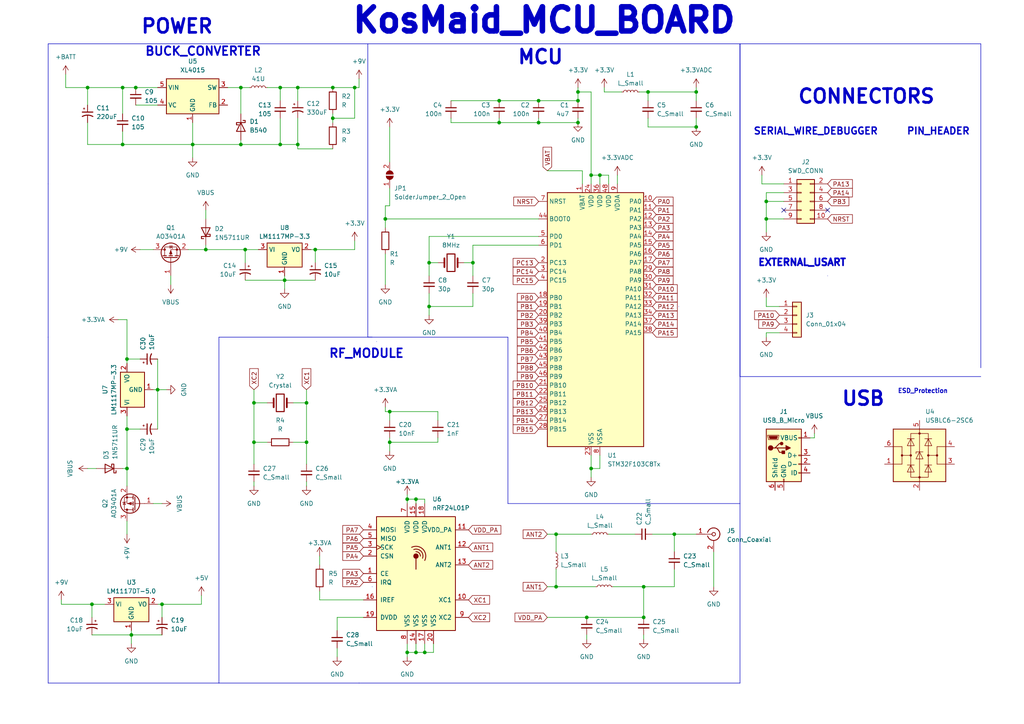
<source format=kicad_sch>
(kicad_sch (version 20230121) (generator eeschema)
  (paper "A4")
  (lib_symbols
    (symbol "Connector:Conn_Coaxial" (pin_names (offset 1.016) hide)
      (property "Reference" "J" (at 0.254 3.048 0))
      (property "Value" "Conn_Coaxial" (at 2.921 0 90))
      (symbol "Conn_Coaxial_1_1"
        (pin passive line (at -5.08 0 0) (length 2.54) (name "In") (number "1"))
        (pin passive line (at 0 -5.08 90) (length 2.54) (name "Ext") (number "2"))
      )
    )
    (symbol "Connector:Screw_Terminal_01x02" (pin_names (offset 1.016) hide)
      (property "Reference" "J" (at 0 2.54 0))
      (property "Value" "Screw_Terminal_01x02" (at 0 -5.08 0))
      (symbol "Screw_Terminal_01x02_1_1"
        (pin passive line (at -5.08 0 0) (length 3.81) (name "Pin_1") (number "1"))
        (pin passive line (at -5.08 -2.54 0) (length 3.81) (name "Pin_2") (number "2"))
      )
    )
    (symbol "Connector:USB_B_Micro" (pin_names (offset 1.016))
      (property "Reference" "J" (at -5.08 11.43 0))
      (property "Value" "USB_B_Micro" (at -5.08 8.89 0))
      (symbol "USB_B_Micro_1_1"
        (pin power_out line (at 7.62 5.08 180) (length 2.54) (name "VBUS") (number "1"))
        (pin bidirectional line (at 7.62 -2.54 180) (length 2.54) (name "D-") (number "2"))
        (pin bidirectional line (at 7.62 0 180) (length 2.54) (name "D+") (number "3"))
        (pin passive line (at 7.62 -5.08 180) (length 2.54) (name "ID") (number "4"))
        (pin power_out line (at 0 -10.16 90) (length 2.54) (name "GND") (number "5"))
        (pin passive line (at -2.54 -10.16 90) (length 2.54) (name "Shield") (number "6"))
      )
    )
    (symbol "Connector_Generic:Conn_01x04" (pin_names (offset 1.016) hide)
      (property "Reference" "J" (at 0 5.08 0))
      (property "Value" "Conn_01x04" (at 0 -7.62 0))
      (symbol "Conn_01x04_1_1"
        (pin passive line (at -5.08 2.54 0) (length 3.81) (name "Pin_1") (number "1"))
        (pin passive line (at -5.08 0 0) (length 3.81) (name "Pin_2") (number "2"))
        (pin passive line (at -5.08 -2.54 0) (length 3.81) (name "Pin_3") (number "3"))
        (pin passive line (at -5.08 -5.08 0) (length 3.81) (name "Pin_4") (number "4"))
      )
    )
    (symbol "Connector_Generic:Conn_02x05_Odd_Even" (pin_names (offset 1.016) hide)
      (property "Reference" "J" (at 1.27 7.62 0))
      (property "Value" "Conn_02x05_Odd_Even" (at 1.27 -7.62 0))
      (symbol "Conn_02x05_Odd_Even_1_1"
        (pin passive line (at -5.08 5.08 0) (length 3.81) (name "Pin_1") (number "1"))
        (pin passive line (at 7.62 -5.08 180) (length 3.81) (name "Pin_10") (number "10"))
        (pin passive line (at 7.62 5.08 180) (length 3.81) (name "Pin_2") (number "2"))
        (pin passive line (at -5.08 2.54 0) (length 3.81) (name "Pin_3") (number "3"))
        (pin passive line (at 7.62 2.54 180) (length 3.81) (name "Pin_4") (number "4"))
        (pin passive line (at -5.08 0 0) (length 3.81) (name "Pin_5") (number "5"))
        (pin passive line (at 7.62 0 180) (length 3.81) (name "Pin_6") (number "6"))
        (pin passive line (at -5.08 -2.54 0) (length 3.81) (name "Pin_7") (number "7"))
        (pin passive line (at 7.62 -2.54 180) (length 3.81) (name "Pin_8") (number "8"))
        (pin passive line (at -5.08 -5.08 0) (length 3.81) (name "Pin_9") (number "9"))
      )
    )
    (symbol "Device:C_Polarized_Small_US" (pin_numbers hide) (pin_names (offset 0.254) hide)
      (property "Reference" "C" (at 0.254 1.778 0))
      (property "Value" "C_Polarized_Small_US" (at 0.254 -2.032 0))
      (symbol "C_Polarized_Small_US_1_1"
        (pin passive line (at 0 2.54 270) (length 2.032) (name "~") (number "1"))
        (pin passive line (at 0 -2.54 90) (length 2.032) (name "~") (number "2"))
      )
    )
    (symbol "Device:C_Small" (pin_numbers hide) (pin_names (offset 0.254) hide)
      (property "Reference" "C" (at 0.254 1.778 0))
      (property "Value" "C_Small" (at 0.254 -2.032 0))
      (symbol "C_Small_1_1"
        (pin passive line (at 0 2.54 270) (length 2.032) (name "~") (number "1"))
        (pin passive line (at 0 -2.54 90) (length 2.032) (name "~") (number "2"))
      )
    )
    (symbol "Device:Crystal" (pin_numbers hide) (pin_names (offset 1.016) hide)
      (property "Reference" "Y" (at 0 3.81 0))
      (property "Value" "Crystal" (at 0 -3.81 0))
      (symbol "Crystal_1_1"
        (pin passive line (at -3.81 0 0) (length 1.27) (name "1") (number "1"))
        (pin passive line (at 3.81 0 180) (length 1.27) (name "2") (number "2"))
      )
    )
    (symbol "Device:D_Schottky" (pin_numbers hide) (pin_names (offset 1.016) hide)
      (property "Reference" "D" (at 0 2.54 0))
      (property "Value" "D_Schottky" (at 0 -2.54 0))
      (symbol "D_Schottky_1_1"
        (pin passive line (at -3.81 0 0) (length 2.54) (name "K") (number "1"))
        (pin passive line (at 3.81 0 180) (length 2.54) (name "A") (number "2"))
      )
    )
    (symbol "Device:L_Small" (pin_numbers hide) (pin_names (offset 0.254) hide)
      (property "Reference" "L" (at 0.762 1.016 0))
      (property "Value" "L_Small" (at 0.762 -1.016 0))
      (symbol "L_Small_1_1"
        (pin passive line (at 0 2.54 270) (length 0.508) (name "~") (number "1"))
        (pin passive line (at 0 -2.54 90) (length 0.508) (name "~") (number "2"))
      )
    )
    (symbol "Device:R" (pin_numbers hide) (pin_names (offset 0))
      (property "Reference" "R" (at 2.032 0 90))
      (property "Value" "R" (at 0 0 90))
      (symbol "R_1_1"
        (pin passive line (at 0 3.81 270) (length 1.27) (name "~") (number "1"))
        (pin passive line (at 0 -3.81 90) (length 1.27) (name "~") (number "2"))
      )
    )
    (symbol "Diode:1N5711UR" (pin_numbers hide) (pin_names (offset 1.016) hide)
      (property "Reference" "D" (at 0 2.54 0))
      (property "Value" "1N5711UR" (at 0 -2.54 0))
      (symbol "1N5711UR_1_1"
        (pin passive line (at -3.81 0 0) (length 2.54) (name "K") (number "1"))
        (pin passive line (at 3.81 0 180) (length 2.54) (name "A") (number "2"))
      )
    )
    (symbol "Jumper:SolderJumper_2_Open" (pin_names (offset 0) hide)
      (property "Reference" "JP" (at 0 2.032 0))
      (property "Value" "SolderJumper_2_Open" (at 0 -2.54 0))
      (symbol "SolderJumper_2_Open_1_1"
        (pin passive line (at -3.81 0 0) (length 2.54) (name "A") (number "1"))
        (pin passive line (at 3.81 0 180) (length 2.54) (name "B") (number "2"))
      )
    )
    (symbol "MCU_ST_STM32F1:STM32F103C8Tx"
      (property "Reference" "U" (at -12.7 39.37 0))
      (property "Value" "STM32F103C8Tx" (at 10.16 39.37 0))
      (symbol "STM32F103C8Tx_1_1"
        (pin power_in line (at -2.54 40.64 270) (length 2.54) (name "VBAT") (number "1"))
        (pin bidirectional line (at 17.78 35.56 180) (length 2.54) (name "PA0") (number "10"))
        (pin bidirectional line (at 17.78 33.02 180) (length 2.54) (name "PA1") (number "11"))
        (pin bidirectional line (at 17.78 30.48 180) (length 2.54) (name "PA2") (number "12"))
        (pin bidirectional line (at 17.78 27.94 180) (length 2.54) (name "PA3") (number "13"))
        (pin bidirectional line (at 17.78 25.4 180) (length 2.54) (name "PA4") (number "14"))
        (pin bidirectional line (at 17.78 22.86 180) (length 2.54) (name "PA5") (number "15"))
        (pin bidirectional line (at 17.78 20.32 180) (length 2.54) (name "PA6") (number "16"))
        (pin bidirectional line (at 17.78 17.78 180) (length 2.54) (name "PA7") (number "17"))
        (pin bidirectional line (at -15.24 7.62 0) (length 2.54) (name "PB0") (number "18"))
        (pin bidirectional line (at -15.24 5.08 0) (length 2.54) (name "PB1") (number "19"))
        (pin bidirectional line (at -15.24 17.78 0) (length 2.54) (name "PC13") (number "2"))
        (pin bidirectional line (at -15.24 2.54 0) (length 2.54) (name "PB2") (number "20"))
        (pin bidirectional line (at -15.24 -17.78 0) (length 2.54) (name "PB10") (number "21"))
        (pin bidirectional line (at -15.24 -20.32 0) (length 2.54) (name "PB11") (number "22"))
        (pin power_in line (at 0 -38.1 90) (length 2.54) (name "VSS") (number "23"))
        (pin power_in line (at 0 40.64 270) (length 2.54) (name "VDD") (number "24"))
        (pin bidirectional line (at -15.24 -22.86 0) (length 2.54) (name "PB12") (number "25"))
        (pin bidirectional line (at -15.24 -25.4 0) (length 2.54) (name "PB13") (number "26"))
        (pin bidirectional line (at -15.24 -27.94 0) (length 2.54) (name "PB14") (number "27"))
        (pin bidirectional line (at -15.24 -30.48 0) (length 2.54) (name "PB15") (number "28"))
        (pin bidirectional line (at 17.78 15.24 180) (length 2.54) (name "PA8") (number "29"))
        (pin bidirectional line (at -15.24 15.24 0) (length 2.54) (name "PC14") (number "3"))
        (pin bidirectional line (at 17.78 12.7 180) (length 2.54) (name "PA9") (number "30"))
        (pin bidirectional line (at 17.78 10.16 180) (length 2.54) (name "PA10") (number "31"))
        (pin bidirectional line (at 17.78 7.62 180) (length 2.54) (name "PA11") (number "32"))
        (pin bidirectional line (at 17.78 5.08 180) (length 2.54) (name "PA12") (number "33"))
        (pin bidirectional line (at 17.78 2.54 180) (length 2.54) (name "PA13") (number "34"))
        (pin passive line (at 0 -38.1 90) (length 2.54) hide (name "VSS") (number "35"))
        (pin power_in line (at 2.54 40.64 270) (length 2.54) (name "VDD") (number "36"))
        (pin bidirectional line (at 17.78 0 180) (length 2.54) (name "PA14") (number "37"))
        (pin bidirectional line (at 17.78 -2.54 180) (length 2.54) (name "PA15") (number "38"))
        (pin bidirectional line (at -15.24 0 0) (length 2.54) (name "PB3") (number "39"))
        (pin bidirectional line (at -15.24 12.7 0) (length 2.54) (name "PC15") (number "4"))
        (pin bidirectional line (at -15.24 -2.54 0) (length 2.54) (name "PB4") (number "40"))
        (pin bidirectional line (at -15.24 -5.08 0) (length 2.54) (name "PB5") (number "41"))
        (pin bidirectional line (at -15.24 -7.62 0) (length 2.54) (name "PB6") (number "42"))
        (pin bidirectional line (at -15.24 -10.16 0) (length 2.54) (name "PB7") (number "43"))
        (pin input line (at -15.24 30.48 0) (length 2.54) (name "BOOT0") (number "44"))
        (pin bidirectional line (at -15.24 -12.7 0) (length 2.54) (name "PB8") (number "45"))
        (pin bidirectional line (at -15.24 -15.24 0) (length 2.54) (name "PB9") (number "46"))
        (pin passive line (at 0 -38.1 90) (length 2.54) hide (name "VSS") (number "47"))
        (pin power_in line (at 5.08 40.64 270) (length 2.54) (name "VDD") (number "48"))
        (pin bidirectional line (at -15.24 25.4 0) (length 2.54) (name "PD0") (number "5"))
        (pin bidirectional line (at -15.24 22.86 0) (length 2.54) (name "PD1") (number "6"))
        (pin input line (at -15.24 35.56 0) (length 2.54) (name "NRST") (number "7"))
        (pin power_in line (at 2.54 -38.1 90) (length 2.54) (name "VSSA") (number "8"))
        (pin power_in line (at 7.62 40.64 270) (length 2.54) (name "VDDA") (number "9"))
      )
    )
    (symbol "Power_Protection:USBLC6-2SC6" (pin_names hide)
      (property "Reference" "U" (at 2.54 8.89 0))
      (property "Value" "USBLC6-2SC6" (at 2.54 -8.89 0))
      (symbol "USBLC6-2SC6_1_1"
        (pin passive line (at -10.16 -2.54 0) (length 2.54) (name "I/O1") (number "1"))
        (pin passive line (at 0 -10.16 90) (length 2.54) (name "GND") (number "2"))
        (pin passive line (at 10.16 -2.54 180) (length 2.54) (name "I/O2") (number "3"))
        (pin passive line (at 10.16 2.54 180) (length 2.54) (name "I/O2") (number "4"))
        (pin passive line (at 0 10.16 270) (length 2.54) (name "VBUS") (number "5"))
        (pin passive line (at -10.16 2.54 0) (length 2.54) (name "I/O1") (number "6"))
      )
    )
    (symbol "RF:nRF24L01P" (pin_names (offset 1.016))
      (property "Reference" "U" (at -11.43 17.78 0))
      (property "Value" "nRF24L01P" (at 5.08 17.78 0))
      (symbol "nRF24L01P_1_1"
        (pin input line (at -15.24 0 0) (length 3.81) (name "CE") (number "1"))
        (pin passive line (at 15.24 -7.62 180) (length 3.81) (name "XC1") (number "10"))
        (pin power_out line (at 15.24 12.7 180) (length 3.81) (name "VDD_PA") (number "11"))
        (pin passive line (at 15.24 7.62 180) (length 3.81) (name "ANT1") (number "12"))
        (pin passive line (at 15.24 2.54 180) (length 3.81) (name "ANT2") (number "13"))
        (pin power_in line (at 0 -20.32 90) (length 3.81) (name "VSS") (number "14"))
        (pin power_in line (at 0 20.32 270) (length 3.81) (name "VDD") (number "15"))
        (pin passive line (at -15.24 -7.62 0) (length 3.81) (name "IREF") (number "16"))
        (pin power_in line (at 2.54 -20.32 90) (length 3.81) (name "VSS") (number "17"))
        (pin power_in line (at 2.54 20.32 270) (length 3.81) (name "VDD") (number "18"))
        (pin power_out line (at -15.24 -12.7 0) (length 3.81) (name "DVDD") (number "19"))
        (pin input line (at -15.24 5.08 0) (length 3.81) (name "CSN") (number "2"))
        (pin power_in line (at 5.08 -20.32 90) (length 3.81) (name "VSS") (number "20"))
        (pin input clock (at -15.24 7.62 0) (length 3.81) (name "SCK") (number "3"))
        (pin input line (at -15.24 12.7 0) (length 3.81) (name "MOSI") (number "4"))
        (pin output line (at -15.24 10.16 0) (length 3.81) (name "MISO") (number "5"))
        (pin output line (at -15.24 -2.54 0) (length 3.81) (name "IRQ") (number "6"))
        (pin power_in line (at -2.54 20.32 270) (length 3.81) (name "VDD") (number "7"))
        (pin power_in line (at -2.54 -20.32 90) (length 3.81) (name "VSS") (number "8"))
        (pin passive line (at 15.24 -12.7 180) (length 3.81) (name "XC2") (number "9"))
      )
    )
    (symbol "Regulator_Linear:LM1117DT-5.0"
      (property "Reference" "U" (at -3.81 3.175 0))
      (property "Value" "LM1117DT-5.0" (at 0 3.175 0))
      (symbol "LM1117DT-5.0_1_1"
        (pin power_in line (at 0 -7.62 90) (length 2.54) (name "GND") (number "1"))
        (pin power_out line (at 7.62 0 180) (length 2.54) (name "VO") (number "2"))
        (pin power_in line (at -7.62 0 0) (length 2.54) (name "VI") (number "3"))
      )
    )
    (symbol "Regulator_Linear:LM1117MP-3.3"
      (property "Reference" "U" (at -3.81 3.175 0))
      (property "Value" "LM1117MP-3.3" (at 0 3.175 0))
      (symbol "LM1117MP-3.3_1_1"
        (pin power_in line (at 0 -7.62 90) (length 2.54) (name "GND") (number "1"))
        (pin power_out line (at 7.62 0 180) (length 2.54) (name "VO") (number "2"))
        (pin power_in line (at -7.62 0 0) (length 2.54) (name "VI") (number "3"))
      )
    )
    (symbol "Regulator_Switching:XL4015"
      (property "Reference" "U?" (at -6.35 6.35 0))
      (property "Value" "XL4015" (at 6.35 6.35 0))
      (symbol "XL4015_1_1"
        (pin power_in line (at 0 -7.62 90) (length 2.54) (name "GND") (number "1"))
        (pin input line (at 10.16 -2.54 180) (length 2.54) (name "FB") (number "2"))
        (pin power_out line (at 10.16 2.54 180) (length 2.54) (name "SW") (number "3"))
        (pin input line (at -10.16 -2.54 0) (length 2.54) (name "VC") (number "4"))
        (pin power_in line (at -10.16 2.54 0) (length 2.54) (name "VIN") (number "5"))
      )
    )
    (symbol "Transistor_FET:AO3401A" (pin_names hide)
      (property "Reference" "Q" (at 5.08 1.905 0))
      (property "Value" "AO3401A" (at 5.08 0 0))
      (symbol "AO3401A_1_1"
        (pin input line (at -5.08 0 0) (length 2.54) (name "G") (number "1"))
        (pin passive line (at 2.54 -5.08 90) (length 2.54) (name "S") (number "2"))
        (pin passive line (at 2.54 5.08 270) (length 2.54) (name "D") (number "3"))
      )
    )
    (symbol "power:+3.3V" (power) (pin_names (offset 0))
      (property "Value" "+3.3V" (at 0 3.556 0))
      (symbol "+3.3V_1_1"
        (pin power_in line (at 0 0 90) (length 0) hide (name "+3.3V") (number "1"))
      )
    )
    (symbol "power:+3.3VA" (power) (pin_names (offset 0))
      (property "Value" "+3.3VA" (at 0 3.556 0))
      (symbol "+3.3VA_1_1"
        (pin power_in line (at 0 0 90) (length 0) hide (name "+3.3VA") (number "1"))
      )
    )
    (symbol "power:+3.3VADC" (power) (pin_names (offset 0))
      (property "Value" "+3.3VADC" (at 0 2.54 0))
      (symbol "+3.3VADC_0_0"
        (pin power_in line (at 0 0 90) (length 0) hide (name "+3.3VADC") (number "1"))
      )
    )
    (symbol "power:+5V" (power) (pin_names (offset 0))
      (property "Value" "+5V" (at 0 3.556 0))
      (symbol "+5V_1_1"
        (pin power_in line (at 0 0 90) (length 0) hide (name "+5V") (number "1"))
      )
    )
    (symbol "power:+9V" (power) (pin_names (offset 0))
      (property "Value" "+9V" (at 0 3.556 0))
      (symbol "+9V_1_1"
        (pin power_in line (at 0 0 90) (length 0) hide (name "+9V") (number "1"))
      )
    )
    (symbol "power:+BATT" (power) (pin_names (offset 0))
      (property "Value" "+BATT" (at 0 3.556 0))
      (symbol "+BATT_1_1"
        (pin power_in line (at 0 0 90) (length 0) hide (name "+BATT") (number "1"))
      )
    )
    (symbol "power:GND" (power) (pin_names (offset 0))
      (property "Value" "GND" (at 0 -3.81 0))
      (symbol "GND_1_1"
        (pin power_in line (at 0 0 270) (length 0) hide (name "GND") (number "1"))
      )
    )
    (symbol "power:VBUS" (power) (pin_names (offset 0))
      (property "Value" "VBUS" (at 0 3.81 0))
      (symbol "VBUS_1_1"
        (pin power_in line (at 0 0 90) (length 0) hide (name "VBUS") (number "1"))
      )
    )
  )
  (junction (at 144.78 35.56))
  (junction (at 167.64 26.67))
  (junction (at 118.11 189.23))
  (junction (at 38.1 184.15))
  (junction (at 82.55 81.28))
  (junction (at 161.29 154.94))
  (junction (at 124.46 88.9))
  (junction (at 69.85 25.4))
  (junction (at 173.99 50.8))
  (junction (at 156.21 29.21))
  (junction (at 73.66 116.84))
  (junction (at 69.85 41.91))
  (junction (at 120.65 189.23))
  (junction (at 35.56 25.4))
  (junction (at 144.78 29.21))
  (junction (at 71.12 72.39))
  (junction (at 120.65 144.78))
  (junction (at 59.69 72.39))
  (junction (at 170.18 179.07))
  (junction (at 39.37 25.4))
  (junction (at 171.45 50.8))
  (junction (at 187.96 26.67))
  (junction (at 55.88 41.91))
  (junction (at 35.56 41.91))
  (junction (at 86.36 41.91))
  (junction (at 36.83 104.14))
  (junction (at 222.25 63.5))
  (junction (at 195.58 154.94))
  (junction (at 167.64 35.56))
  (junction (at 36.83 124.46))
  (junction (at 222.25 58.42))
  (junction (at 167.64 29.21))
  (junction (at 96.52 25.4))
  (junction (at 102.87 25.4))
  (junction (at 86.36 25.4))
  (junction (at 111.76 63.5))
  (junction (at 156.21 35.56))
  (junction (at 161.29 170.18))
  (junction (at 113.03 119.38))
  (junction (at 88.9 128.27))
  (junction (at 137.16 76.2))
  (junction (at 186.69 170.18))
  (junction (at 186.69 179.07))
  (junction (at 113.03 128.27))
  (junction (at 81.28 25.4))
  (junction (at 36.83 135.89))
  (junction (at 201.93 36.83))
  (junction (at 45.72 113.03))
  (junction (at 171.45 135.89))
  (junction (at 123.19 189.23))
  (junction (at 88.9 116.84))
  (junction (at 26.67 175.26))
  (junction (at 46.99 175.26))
  (junction (at 201.93 26.67))
  (junction (at 118.11 144.78))
  (junction (at 96.52 34.29))
  (junction (at 124.46 76.2))
  (junction (at 81.28 41.91))
  (junction (at 91.44 72.39))
  (junction (at 25.4 25.4))
  (junction (at 73.66 128.27))
  (no_connect (at 227.33 60.96))
  (no_connect (at 240.03 60.96))
  (wire (pts (xy 102.87 34.29) (xy 102.87 25.4)))
  (wire (pts (xy 36.83 140.97) (xy 36.83 135.89)))
  (wire (pts (xy 97.79 182.88) (xy 97.79 179.07)))
  (wire (pts (xy 123.19 189.23) (xy 120.65 189.23)))
  (wire (pts (xy 170.18 179.07) (xy 186.69 179.07)))
  (polyline (pts (xy 63.5 198.12) (xy 104.14 198.12)))
  (wire (pts (xy 222.25 58.42) (xy 222.25 63.5)))
  (polyline (pts (xy 63.5 97.79) (xy 107.95 97.79)))
  (wire (pts (xy 46.99 175.26) (xy 46.99 179.07)))
  (wire (pts (xy 186.69 184.15) (xy 186.69 185.42)))
  (polyline (pts (xy 284.48 106.68) (xy 284.48 12.7)))
  (wire (pts (xy 177.8 170.18) (xy 186.69 170.18)))
  (wire (pts (xy 55.88 41.91) (xy 69.85 41.91)))
  (wire (pts (xy 58.42 172.72) (xy 58.42 175.26)))
  (wire (pts (xy 195.58 154.94) (xy 195.58 160.02)))
  (wire (pts (xy 45.72 124.46) (xy 45.72 113.03)))
  (wire (pts (xy 69.85 40.64) (xy 69.85 41.91)))
  (wire (pts (xy 176.53 53.34) (xy 176.53 50.8)))
  (wire (pts (xy 91.44 72.39) (xy 102.87 72.39)))
  (wire (pts (xy 36.83 124.46) (xy 36.83 135.89)))
  (wire (pts (xy 17.78 173.99) (xy 17.78 175.26)))
  (wire (pts (xy 44.45 146.05) (xy 46.99 146.05)))
  (wire (pts (xy 124.46 68.58) (xy 124.46 76.2)))
  (wire (pts (xy 38.1 184.15) (xy 46.99 184.15)))
  (wire (pts (xy 195.58 154.94) (xy 201.93 154.94)))
  (wire (pts (xy 35.56 135.89) (xy 36.83 135.89)))
  (wire (pts (xy 167.64 26.67) (xy 171.45 26.67)))
  (wire (pts (xy 158.75 154.94) (xy 161.29 154.94)))
  (wire (pts (xy 113.03 36.83) (xy 113.03 46.99)))
  (wire (pts (xy 36.83 124.46) (xy 40.64 124.46)))
  (wire (pts (xy 111.76 59.69) (xy 111.76 63.5)))
  (wire (pts (xy 90.17 72.39) (xy 91.44 72.39)))
  (wire (pts (xy 120.65 144.78) (xy 118.11 144.78)))
  (wire (pts (xy 97.79 179.07) (xy 105.41 179.07)))
  (wire (pts (xy 161.29 154.94) (xy 171.45 154.94)))
  (wire (pts (xy 36.83 154.94) (xy 36.83 151.13)))
  (wire (pts (xy 96.52 34.29) (xy 96.52 35.56)))
  (wire (pts (xy 105.41 173.99) (xy 92.71 173.99)))
  (polyline (pts (xy 147.32 97.79) (xy 147.32 146.05)))
  (wire (pts (xy 222.25 63.5) (xy 222.25 67.31)))
  (wire (pts (xy 124.46 88.9) (xy 124.46 91.44)))
  (wire (pts (xy 38.1 184.15) (xy 38.1 186.69)))
  (wire (pts (xy 118.11 189.23) (xy 118.11 186.69)))
  (wire (pts (xy 222.25 63.5) (xy 227.33 63.5)))
  (wire (pts (xy 222.25 58.42) (xy 227.33 58.42)))
  (wire (pts (xy 187.96 26.67) (xy 187.96 29.21)))
  (wire (pts (xy 54.61 72.39) (xy 59.69 72.39)))
  (wire (pts (xy 189.23 154.94) (xy 195.58 154.94)))
  (wire (pts (xy 171.45 50.8) (xy 171.45 53.34)))
  (wire (pts (xy 66.04 25.4) (xy 69.85 25.4)))
  (wire (pts (xy 111.76 63.5) (xy 156.21 63.5)))
  (wire (pts (xy 185.42 26.67) (xy 187.96 26.67)))
  (wire (pts (xy 220.98 50.8) (xy 220.98 53.34)))
  (wire (pts (xy 88.9 139.7) (xy 88.9 140.97)))
  (wire (pts (xy 171.45 135.89) (xy 171.45 138.43)))
  (wire (pts (xy 36.83 105.41) (xy 36.83 104.14)))
  (wire (pts (xy 144.78 34.29) (xy 144.78 35.56)))
  (wire (pts (xy 92.71 171.45) (xy 92.71 173.99)))
  (wire (pts (xy 55.88 41.91) (xy 55.88 45.72)))
  (wire (pts (xy 44.45 113.03) (xy 45.72 113.03)))
  (polyline (pts (xy 109.22 99.06) (xy 109.22 99.06)))
  (wire (pts (xy 82.55 80.01) (xy 82.55 81.28)))
  (wire (pts (xy 25.4 135.89) (xy 27.94 135.89)))
  (wire (pts (xy 38.1 182.88) (xy 38.1 184.15)))
  (polyline (pts (xy 214.63 12.7) (xy 284.48 12.7)))
  (wire (pts (xy 77.47 25.4) (xy 81.28 25.4)))
  (wire (pts (xy 226.06 88.9) (xy 222.25 88.9)))
  (wire (pts (xy 220.98 53.34) (xy 227.33 53.34)))
  (wire (pts (xy 36.83 104.14) (xy 36.83 92.71)))
  (wire (pts (xy 173.99 50.8) (xy 173.99 53.34)))
  (wire (pts (xy 96.52 34.29) (xy 102.87 34.29)))
  (wire (pts (xy 35.56 41.91) (xy 55.88 41.91)))
  (wire (pts (xy 71.12 72.39) (xy 71.12 76.2)))
  (wire (pts (xy 137.16 71.12) (xy 156.21 71.12)))
  (wire (pts (xy 123.19 144.78) (xy 120.65 144.78)))
  (polyline (pts (xy 106.68 12.7) (xy 214.63 12.7)))
  (wire (pts (xy 187.96 26.67) (xy 201.93 26.67)))
  (wire (pts (xy 26.67 175.26) (xy 26.67 179.07)))
  (wire (pts (xy 91.44 72.39) (xy 91.44 76.2)))
  (wire (pts (xy 158.75 179.07) (xy 170.18 179.07)))
  (wire (pts (xy 171.45 132.08) (xy 171.45 135.89)))
  (wire (pts (xy 73.66 128.27) (xy 77.47 128.27)))
  (wire (pts (xy 226.06 96.52) (xy 222.25 96.52)))
  (polyline (pts (xy 13.97 12.7) (xy 106.68 12.7)))
  (wire (pts (xy 187.96 34.29) (xy 187.96 36.83)))
  (wire (pts (xy 45.72 113.03) (xy 48.26 113.03)))
  (wire (pts (xy 40.64 72.39) (xy 44.45 72.39)))
  (wire (pts (xy 30.48 175.26) (xy 26.67 175.26)))
  (wire (pts (xy 55.88 35.56) (xy 55.88 41.91)))
  (wire (pts (xy 81.28 25.4) (xy 86.36 25.4)))
  (wire (pts (xy -17.78 58.42) (xy -17.78 59.69)))
  (wire (pts (xy 175.26 25.4) (xy 175.26 26.67)))
  (wire (pts (xy 81.28 41.91) (xy 86.36 41.91)))
  (wire (pts (xy 176.53 154.94) (xy 184.15 154.94)))
  (wire (pts (xy 222.25 55.88) (xy 222.25 58.42)))
  (polyline (pts (xy 63.5 97.79) (xy 63.5 198.12)))
  (wire (pts (xy 127 119.38) (xy 127 121.92)))
  (wire (pts (xy 227.33 55.88) (xy 222.25 55.88)))
  (wire (pts (xy 59.69 60.96) (xy 59.69 63.5)))
  (wire (pts (xy 25.4 25.4) (xy 35.56 25.4)))
  (wire (pts (xy 45.72 175.26) (xy 46.99 175.26)))
  (wire (pts (xy 161.29 165.1) (xy 161.29 170.18)))
  (wire (pts (xy 156.21 68.58) (xy 124.46 68.58)))
  (wire (pts (xy 156.21 34.29) (xy 156.21 35.56)))
  (wire (pts (xy 137.16 76.2) (xy 137.16 71.12)))
  (wire (pts (xy 88.9 113.03) (xy 88.9 116.84)))
  (wire (pts (xy 222.25 86.36) (xy 222.25 88.9)))
  (wire (pts (xy 137.16 80.01) (xy 137.16 76.2)))
  (wire (pts (xy 170.18 184.15) (xy 170.18 185.42)))
  (wire (pts (xy 234.95 127) (xy 236.22 127)))
  (wire (pts (xy 85.09 128.27) (xy 88.9 128.27)))
  (wire (pts (xy 161.29 160.02) (xy 161.29 154.94)))
  (wire (pts (xy 102.87 25.4) (xy 104.14 25.4)))
  (wire (pts (xy 130.81 35.56) (xy 130.81 34.29)))
  (wire (pts (xy 158.75 170.18) (xy 161.29 170.18)))
  (wire (pts (xy 186.69 170.18) (xy 195.58 170.18)))
  (wire (pts (xy 124.46 88.9) (xy 137.16 88.9)))
  (wire (pts (xy 111.76 59.69) (xy 113.03 59.69)))
  (wire (pts (xy 156.21 35.56) (xy 167.64 35.56)))
  (wire (pts (xy -20.32 58.42) (xy -17.78 58.42)))
  (wire (pts (xy 187.96 36.83) (xy 201.93 36.83)))
  (wire (pts (xy 36.83 120.65) (xy 36.83 124.46)))
  (wire (pts (xy -20.32 55.88) (xy -19.05 55.88)))
  (wire (pts (xy 124.46 76.2) (xy 127 76.2)))
  (wire (pts (xy 179.07 50.8) (xy 179.07 53.34)))
  (wire (pts (xy 125.73 186.69) (xy 125.73 189.23)))
  (wire (pts (xy 59.69 71.12) (xy 59.69 72.39)))
  (wire (pts (xy 69.85 25.4) (xy 72.39 25.4)))
  (wire (pts (xy 73.66 113.03) (xy 73.66 116.84)))
  (wire (pts (xy 86.36 34.29) (xy 86.36 41.91)))
  (wire (pts (xy 120.65 186.69) (xy 120.65 189.23)))
  (polyline (pts (xy 106.68 12.7) (xy 106.68 97.79)))
  (polyline (pts (xy 147.32 146.05) (xy 214.63 146.05)))
  (wire (pts (xy 201.93 26.67) (xy 201.93 29.21)))
  (polyline (pts (xy 214.63 198.12) (xy 214.63 12.7)))
  (wire (pts (xy 171.45 26.67) (xy 171.45 50.8)))
  (wire (pts (xy 81.28 25.4) (xy 81.28 29.21)))
  (polyline (pts (xy 13.97 53.34) (xy 13.97 12.7)))
  (wire (pts (xy 25.4 25.4) (xy 25.4 30.48)))
  (wire (pts (xy 171.45 135.89) (xy 173.99 135.89)))
  (wire (pts (xy 82.55 81.28) (xy 91.44 81.28)))
  (wire (pts (xy 222.25 96.52) (xy 222.25 97.79)))
  (wire (pts (xy 156.21 35.56) (xy 144.78 35.56)))
  (polyline (pts (xy 214.63 109.22) (xy 284.48 109.22)))
  (wire (pts (xy 82.55 81.28) (xy 82.55 83.82)))
  (wire (pts (xy 19.05 25.4) (xy 25.4 25.4)))
  (wire (pts (xy 201.93 36.83) (xy 201.93 34.29)))
  (wire (pts (xy 35.56 25.4) (xy 39.37 25.4)))
  (wire (pts (xy 86.36 43.18) (xy 96.52 43.18)))
  (wire (pts (xy 167.64 34.29) (xy 167.64 35.56)))
  (wire (pts (xy 26.67 184.15) (xy 38.1 184.15)))
  (wire (pts (xy 111.76 66.04) (xy 111.76 63.5)))
  (wire (pts (xy 113.03 128.27) (xy 113.03 127)))
  (wire (pts (xy 125.73 189.23) (xy 123.19 189.23)))
  (wire (pts (xy 85.09 116.84) (xy 88.9 116.84)))
  (wire (pts (xy 186.69 170.18) (xy 186.69 179.07)))
  (wire (pts (xy 39.37 30.48) (xy 45.72 30.48)))
  (wire (pts (xy 144.78 29.21) (xy 130.81 29.21)))
  (wire (pts (xy 81.28 34.29) (xy 81.28 41.91)))
  (wire (pts (xy 111.76 118.11) (xy 111.76 119.38)))
  (wire (pts (xy 71.12 81.28) (xy 82.55 81.28)))
  (wire (pts (xy 69.85 41.91) (xy 81.28 41.91)))
  (wire (pts (xy 86.36 25.4) (xy 96.52 25.4)))
  (polyline (pts (xy 13.97 97.79) (xy 13.97 198.12)))
  (wire (pts (xy 120.65 144.78) (xy 120.65 146.05)))
  (wire (pts (xy 49.53 80.01) (xy 49.53 82.55)))
  (wire (pts (xy 73.66 116.84) (xy 73.66 128.27)))
  (wire (pts (xy 97.79 187.96) (xy 97.79 190.5)))
  (wire (pts (xy 73.66 139.7) (xy 73.66 140.97)))
  (wire (pts (xy 124.46 85.09) (xy 124.46 88.9)))
  (wire (pts (xy 96.52 25.4) (xy 102.87 25.4)))
  (wire (pts (xy 111.76 119.38) (xy 113.03 119.38)))
  (wire (pts (xy 168.91 49.53) (xy 168.91 53.34)))
  (wire (pts (xy 127 127) (xy 127 128.27)))
  (wire (pts (xy 113.03 128.27) (xy 113.03 130.81)))
  (wire (pts (xy 25.4 41.91) (xy 35.56 41.91)))
  (wire (pts (xy 207.01 160.02) (xy 207.01 170.18)))
  (wire (pts (xy 118.11 144.78) (xy 118.11 146.05)))
  (wire (pts (xy 236.22 125.73) (xy 236.22 127)))
  (wire (pts (xy 35.56 38.1) (xy 35.56 41.91)))
  (wire (pts (xy 156.21 29.21) (xy 144.78 29.21)))
  (wire (pts (xy 36.83 104.14) (xy 40.64 104.14)))
  (wire (pts (xy 167.64 25.4) (xy 167.64 26.67)))
  (wire (pts (xy 201.93 25.4) (xy 201.93 26.67)))
  (wire (pts (xy 71.12 72.39) (xy 59.69 72.39)))
  (wire (pts (xy 118.11 143.51) (xy 118.11 144.78)))
  (wire (pts (xy 45.72 113.03) (xy 45.72 104.14)))
  (wire (pts (xy 113.03 119.38) (xy 127 119.38)))
  (wire (pts (xy 118.11 189.23) (xy 118.11 190.5)))
  (wire (pts (xy 34.29 92.71) (xy 36.83 92.71)))
  (polyline (pts (xy 104.14 198.12) (xy 214.63 198.12)))
  (wire (pts (xy 96.52 33.02) (xy 96.52 34.29)))
  (wire (pts (xy -19.05 53.34) (xy -19.05 55.88)))
  (wire (pts (xy 104.14 22.86) (xy 104.14 25.4)))
  (wire (pts (xy 173.99 132.08) (xy 173.99 135.89)))
  (wire (pts (xy 167.64 29.21) (xy 156.21 29.21)))
  (wire (pts (xy 39.37 25.4) (xy 45.72 25.4)))
  (wire (pts (xy 113.03 119.38) (xy 113.03 121.92)))
  (wire (pts (xy 158.75 49.53) (xy 168.91 49.53)))
  (wire (pts (xy 46.99 175.26) (xy 58.42 175.26)))
  (wire (pts (xy 175.26 26.67) (xy 180.34 26.67)))
  (wire (pts (xy 88.9 116.84) (xy 88.9 128.27)))
  (wire (pts (xy 123.19 146.05) (xy 123.19 144.78)))
  (wire (pts (xy 26.67 175.26) (xy 17.78 175.26)))
  (wire (pts (xy 77.47 116.84) (xy 73.66 116.84)))
  (wire (pts (xy 167.64 26.67) (xy 167.64 29.21)))
  (wire (pts (xy 134.62 76.2) (xy 137.16 76.2)))
  (wire (pts (xy 176.53 50.8) (xy 173.99 50.8)))
  (wire (pts (xy 111.76 73.66) (xy 111.76 82.55)))
  (polyline (pts (xy 13.97 53.34) (xy 13.97 97.79)))
  (wire (pts (xy 73.66 128.27) (xy 73.66 134.62)))
  (wire (pts (xy 74.93 72.39) (xy 71.12 72.39)))
  (wire (pts (xy 86.36 25.4) (xy 86.36 29.21)))
  (wire (pts (xy 88.9 128.27) (xy 88.9 134.62)))
  (wire (pts (xy 127 128.27) (xy 113.03 128.27)))
  (wire (pts (xy 86.36 43.18) (xy 86.36 41.91)))
  (wire (pts (xy 195.58 165.1) (xy 195.58 170.18)))
  (wire (pts (xy 92.71 161.29) (xy 92.71 163.83)))
  (wire (pts (xy 124.46 76.2) (xy 124.46 80.01)))
  (wire (pts (xy 25.4 35.56) (xy 25.4 41.91)))
  (wire (pts (xy 102.87 69.85) (xy 102.87 72.39)))
  (polyline (pts (xy 106.68 97.79) (xy 147.32 97.79)))
  (wire (pts (xy 113.03 59.69) (xy 113.03 54.61)))
  (polyline (pts (xy 214.63 12.7) (xy 214.63 109.22)))
  (wire (pts (xy 161.29 170.18) (xy 172.72 170.18)))
  (wire (pts (xy 19.05 21.59) (xy 19.05 25.4)))
  (wire (pts (xy 35.56 25.4) (xy 35.56 33.02)))
  (wire (pts (xy 137.16 88.9) (xy 137.16 85.09)))
  (wire (pts (xy 123.19 186.69) (xy 123.19 189.23)))
  (polyline (pts (xy 13.97 97.79) (xy 13.97 97.79)))
  (wire (pts (xy 120.65 189.23) (xy 118.11 189.23)))
  (wire (pts (xy 144.78 35.56) (xy 130.81 35.56)))
  (wire (pts (xy 173.99 50.8) (xy 171.45 50.8)))
  (wire (pts (xy 69.85 33.02) (xy 69.85 25.4)))
  (polyline (pts (xy 13.97 198.12) (xy 63.5 198.12)))
  (rectangle (start 240.03 80.01) (end 240.03 80.01))
  (rectangle (start 196.85 88.9) (end 196.85 88.9))
  (rectangle (start 107.95 170.18) (end 107.95 170.18))
  (text "KosMaid_MCU_BOARD" (at 101.6 10.16 0) (effects (font (size 7 7) (thickness 1.6) bold) (justify left bottom)))
  (text "BUCK_CONVERTER" (at 41.91 16.51 0) (effects (font (size 2.5 2.5) bold) (justify left bottom)))
  (text "USB" (at 243.84 118.11 0) (effects (font (size 4 4) bold) (justify left bottom)))
  (text "MCU" (at 149.86 19.05 0) (effects (font (size 4 4) bold) (justify left bottom)))
  (text "EXTERNAL_USART" (at 219.71 77.47 0) (effects (font (size 2 2) (thickness 0.5) bold) (justify left bottom)))
  (text "PIN_HEADER" (at 262.89 39.37 0) (effects (font (size 2 2) bold) (justify left bottom)))
  (text "RF_MODULE" (at 95.25 104.14 0) (effects (font (size 2.5 2.5) bold) (justify left bottom)))
  (text "SERIAL_WIRE_DEBUGGER" (at 218.44 39.37 0) (effects (font (size 2 2) bold) (justify left bottom)))
  (text "CONNECTORS" (at 231.14 30.48 0) (effects (font (size 4 4) bold) (justify left bottom)))
  (text "ESD_Protection" (at 260.35 114.3 0) (effects (font (size 1.27 1.27) bold) (justify left bottom)))
  (text "POWER" (at 40.64 10.16 0) (effects (font (size 4 4) bold) (justify left bottom)))
  (global_label "VDD_PA" (shape input) (at 158.75 179.07 180) (property "Intersheetrefs" "${INTERSHEET_REFS}" (effects hide)))
  (global_label "PA7" (shape input) (at 105.41 153.67 180) (property "Intersheetrefs" "${INTERSHEET_REFS}" (effects hide)))
  (global_label "PA8" (shape input) (at 189.23 78.74 0) (property "Intersheetrefs" "${INTERSHEET_REFS}" (effects hide)))
  (global_label "PB4" (shape input) (at 156.21 96.52 180) (property "Intersheetrefs" "${INTERSHEET_REFS}" (effects hide)))
  (global_label "PA0" (shape input) (at 189.23 58.42 0) (property "Intersheetrefs" "${INTERSHEET_REFS}" (effects hide)))
  (global_label "PA2" (shape input) (at 189.23 63.5 0) (property "Intersheetrefs" "${INTERSHEET_REFS}" (effects hide)))
  (global_label "NRST" (shape input) (at 240.03 63.5 0) (property "Intersheetrefs" "${INTERSHEET_REFS}" (effects hide)))
  (global_label "PA15" (shape input) (at 189.23 96.52 0) (property "Intersheetrefs" "${INTERSHEET_REFS}" (effects hide)))
  (global_label "PA5" (shape input) (at 189.23 71.12 0) (property "Intersheetrefs" "${INTERSHEET_REFS}" (effects hide)))
  (global_label "PB3" (shape input) (at 156.21 93.98 180) (property "Intersheetrefs" "${INTERSHEET_REFS}" (effects hide)))
  (global_label "PA10" (shape input) (at 189.23 83.82 0) (property "Intersheetrefs" "${INTERSHEET_REFS}" (effects hide)))
  (global_label "PB5" (shape input) (at 156.21 99.06 180) (property "Intersheetrefs" "${INTERSHEET_REFS}" (effects hide)))
  (global_label "NRST" (shape input) (at 156.21 58.42 180) (property "Intersheetrefs" "${INTERSHEET_REFS}" (effects hide)))
  (global_label "ANT2" (shape input) (at 135.89 163.83 0) (property "Intersheetrefs" "${INTERSHEET_REFS}" (effects hide)))
  (global_label "PA1" (shape input) (at 189.23 60.96 0) (property "Intersheetrefs" "${INTERSHEET_REFS}" (effects hide)))
  (global_label "PB12" (shape input) (at 156.21 116.84 180) (property "Intersheetrefs" "${INTERSHEET_REFS}" (effects hide)))
  (global_label "PB0" (shape input) (at 156.21 86.36 180) (property "Intersheetrefs" "${INTERSHEET_REFS}" (effects hide)))
  (global_label "PB15" (shape input) (at 156.21 124.46 180) (property "Intersheetrefs" "${INTERSHEET_REFS}" (effects hide)))
  (global_label "PB13" (shape input) (at 156.21 119.38 180) (property "Intersheetrefs" "${INTERSHEET_REFS}" (effects hide)))
  (global_label "PB10" (shape input) (at 156.21 111.76 180) (property "Intersheetrefs" "${INTERSHEET_REFS}" (effects hide)))
  (global_label "PA14" (shape input) (at 240.03 55.88 0) (property "Intersheetrefs" "${INTERSHEET_REFS}" (effects hide)))
  (global_label "PA9" (shape input) (at 226.06 93.98 180) (property "Intersheetrefs" "${INTERSHEET_REFS}" (effects hide)))
  (global_label "PA3" (shape input) (at 105.41 166.37 180) (property "Intersheetrefs" "${INTERSHEET_REFS}" (effects hide)))
  (global_label "VBAT" (shape input) (at 158.75 49.53 90) (property "Intersheetrefs" "${INTERSHEET_REFS}" (effects hide)))
  (global_label "PA5" (shape input) (at 105.41 158.75 180) (property "Intersheetrefs" "${INTERSHEET_REFS}" (effects hide)))
  (global_label "PA11" (shape input) (at 189.23 86.36 0) (property "Intersheetrefs" "${INTERSHEET_REFS}" (effects hide)))
  (global_label "PB3" (shape input) (at 240.03 58.42 0) (property "Intersheetrefs" "${INTERSHEET_REFS}" (effects hide)))
  (global_label "VDD_PA" (shape input) (at 135.89 153.67 0) (property "Intersheetrefs" "${INTERSHEET_REFS}" (effects hide)))
  (global_label "PC14" (shape input) (at 156.21 78.74 180) (property "Intersheetrefs" "${INTERSHEET_REFS}" (effects hide)))
  (global_label "PA4" (shape input) (at 189.23 68.58 0) (property "Intersheetrefs" "${INTERSHEET_REFS}" (effects hide)))
  (global_label "PA14" (shape input) (at 189.23 93.98 0) (property "Intersheetrefs" "${INTERSHEET_REFS}" (effects hide)))
  (global_label "PB9" (shape input) (at 156.21 109.22 180) (property "Intersheetrefs" "${INTERSHEET_REFS}" (effects hide)))
  (global_label "PB2" (shape input) (at 156.21 91.44 180) (property "Intersheetrefs" "${INTERSHEET_REFS}" (effects hide)))
  (global_label "ANT2" (shape input) (at 158.75 154.94 180) (property "Intersheetrefs" "${INTERSHEET_REFS}" (effects hide)))
  (global_label "PA7" (shape input) (at 189.23 76.2 0) (property "Intersheetrefs" "${INTERSHEET_REFS}" (effects hide)))
  (global_label "PC13" (shape input) (at 156.21 76.2 180) (property "Intersheetrefs" "${INTERSHEET_REFS}" (effects hide)))
  (global_label "XC1" (shape input) (at 88.9 113.03 90) (property "Intersheetrefs" "${INTERSHEET_REFS}" (effects hide)))
  (global_label "PC15" (shape input) (at 156.21 81.28 180) (property "Intersheetrefs" "${INTERSHEET_REFS}" (effects hide)))
  (global_label "XC2" (shape input) (at 135.89 179.07 0) (property "Intersheetrefs" "${INTERSHEET_REFS}" (effects hide)))
  (global_label "PA6" (shape input) (at 189.23 73.66 0) (property "Intersheetrefs" "${INTERSHEET_REFS}" (effects hide)))
  (global_label "PB1" (shape input) (at 156.21 88.9 180) (property "Intersheetrefs" "${INTERSHEET_REFS}" (effects hide)))
  (global_label "PB6" (shape input) (at 156.21 101.6 180) (property "Intersheetrefs" "${INTERSHEET_REFS}" (effects hide)))
  (global_label "PA4" (shape input) (at 105.41 161.29 180) (property "Intersheetrefs" "${INTERSHEET_REFS}" (effects hide)))
  (global_label "PA6" (shape input) (at 105.41 156.21 180) (property "Intersheetrefs" "${INTERSHEET_REFS}" (effects hide)))
  (global_label "ANT1" (shape input) (at 158.75 170.18 180) (property "Intersheetrefs" "${INTERSHEET_REFS}" (effects hide)))
  (global_label "ANT1" (shape input) (at 135.89 158.75 0) (property "Intersheetrefs" "${INTERSHEET_REFS}" (effects hide)))
  (global_label "PB14" (shape input) (at 156.21 121.92 180) (property "Intersheetrefs" "${INTERSHEET_REFS}" (effects hide)))
  (global_label "PA13" (shape input) (at 189.23 91.44 0) (property "Intersheetrefs" "${INTERSHEET_REFS}" (effects hide)))
  (global_label "PB11" (shape input) (at 156.21 114.3 180) (property "Intersheetrefs" "${INTERSHEET_REFS}" (effects hide)))
  (global_label "PB8" (shape input) (at 156.21 106.68 180) (property "Intersheetrefs" "${INTERSHEET_REFS}" (effects hide)))
  (global_label "XC1" (shape input) (at 135.89 173.99 0) (property "Intersheetrefs" "${INTERSHEET_REFS}" (effects hide)))
  (global_label "PA13" (shape input) (at 240.03 53.34 0) (property "Intersheetrefs" "${INTERSHEET_REFS}" (effects hide)))
  (global_label "PA10" (shape input) (at 226.06 91.44 180) (property "Intersheetrefs" "${INTERSHEET_REFS}" (effects hide)))
  (global_label "PB7" (shape input) (at 156.21 104.14 180) (property "Intersheetrefs" "${INTERSHEET_REFS}" (effects hide)))
  (global_label "PA2" (shape input) (at 105.41 168.91 180) (property "Intersheetrefs" "${INTERSHEET_REFS}" (effects hide)))
  (global_label "PA12" (shape input) (at 189.23 88.9 0) (property "Intersheetrefs" "${INTERSHEET_REFS}" (effects hide)))
  (global_label "PA9" (shape input) (at 189.23 81.28 0) (property "Intersheetrefs" "${INTERSHEET_REFS}" (effects hide)))
  (global_label "PA3" (shape input) (at 189.23 66.04 0) (property "Intersheetrefs" "${INTERSHEET_REFS}" (effects hide)))
  (global_label "XC2" (shape input) (at 73.66 113.03 90) (property "Intersheetrefs" "${INTERSHEET_REFS}" (effects hide)))
  (symbol (lib_id "power:VBUS") (at 49.53 82.55 180) (unit 1)
    (property "Reference" "#PWR041" (effects hide))
    (property "Value" "VBUS" (at 49.53 87.63 0))
  )
  (symbol (lib_id "power:GND") (at 171.45 138.43 0) (unit 1)
    (property "Reference" "#PWR03" (effects hide))
    (property "Value" "GND" (at 171.45 143.51 0))
  )
  (symbol (lib_id "Device:C_Small") (at 137.16 82.55 0) (unit 1)
    (property "Reference" "C7" (at 139.7 81.2863 0) (effects (justify left)))
    (property "Value" "30p" (at 139.7 83.8263 0) (effects (justify left)))
  )
  (symbol (lib_id "Device:C_Polarized_Small_US") (at 86.36 31.75 0) (unit 1)
    (property "Reference" "C12" (at 88.9 30.0482 0) (effects (justify left)))
    (property "Value" "330uF" (at 88.9 32.5882 0) (effects (justify left)))
  )
  (symbol (lib_id "power:VBUS") (at 25.4 135.89 90) (unit 1)
    (property "Reference" "#PWR044" (effects hide))
    (property "Value" "VBUS" (at 20.32 135.89 0))
  )
  (symbol (lib_id "power:+3.3VA") (at 34.29 92.71 90) (unit 1)
    (property "Reference" "#PWR047" (effects hide))
    (property "Value" "+3.3VA" (at 30.48 92.71 90) (effects (justify left)))
  )
  (symbol (lib_id "Connector:USB_B_Micro") (at 227.33 132.08 0) (unit 1)
    (property "Reference" "J1" (at 227.33 119.38 0))
    (property "Value" "USB_B_Micro" (at 227.33 121.92 0))
  )
  (symbol (lib_id "power:+3.3VA") (at 118.11 143.51 0) (unit 1)
    (property "Reference" "#PWR029" (effects hide))
    (property "Value" "+3.3VA" (at 118.11 139.7 0))
  )
  (symbol (lib_id "power:GND") (at 55.88 45.72 0) (unit 1)
    (property "Reference" "#PWR018" (effects hide))
    (property "Value" "GND" (at 55.88 50.8 0))
  )
  (symbol (lib_id "Device:C_Small") (at 195.58 162.56 0) (unit 1)
    (property "Reference" "C23" (at 198.12 161.2963 0) (effects (justify left)))
    (property "Value" "C_Small" (at 198.12 163.8363 0) (effects (justify left)))
  )
  (symbol (lib_id "power:+3.3V") (at 167.64 25.4 0) (mirror y) (unit 1)
    (property "Reference" "#PWR01" (effects hide))
    (property "Value" "+3.3V" (at 167.64 20.32 0))
  )
  (symbol (lib_id "Connector:Conn_Coaxial") (at 207.01 154.94 0) (unit 1)
    (property "Reference" "J5" (at 210.82 153.9632 0) (effects (justify left)))
    (property "Value" "Conn_Coaxial" (at 210.82 156.5032 0) (effects (justify left)))
    (property "Datasheet" " ~" (effects hide))
  )
  (symbol (lib_id "Device:C_Small") (at 97.79 185.42 0) (unit 1)
    (property "Reference" "C28" (at 100.33 184.1563 0) (effects (justify left)))
    (property "Value" "C_Small" (at 100.33 186.6963 0) (effects (justify left)))
  )
  (symbol (lib_id "Device:C_Polarized_Small_US") (at 91.44 78.74 0) (unit 1)
    (property "Reference" "C15" (at 93.98 77.0382 0) (effects (justify left)))
    (property "Value" "10uF" (at 93.98 79.5782 0) (effects (justify left)))
  )
  (symbol (lib_id "Device:C_Small") (at 201.93 31.75 0) (unit 1)
    (property "Reference" "C6" (at 204.47 30.4863 0) (effects (justify left)))
    (property "Value" "C_Small" (at 204.47 33.0263 0) (effects (justify left)))
  )
  (symbol (lib_id "Device:C_Polarized_Small_US") (at 43.18 104.14 90) (unit 1)
    (property "Reference" "C30" (at 41.4782 101.6 0) (effects (justify left)))
    (property "Value" "10uF" (at 44.0182 101.6 0) (effects (justify left)))
  )
  (symbol (lib_id "Device:C_Small") (at 35.56 35.56 0) (unit 1)
    (property "Reference" "C10" (at 38.1 34.2963 0) (effects (justify left)))
    (property "Value" "105" (at 38.1 36.8363 0) (effects (justify left)))
  )
  (symbol (lib_id "power:+9V") (at 104.14 22.86 0) (unit 1)
    (property "Reference" "#PWR017" (effects hide))
    (property "Value" "+9V" (at 104.14 17.78 0))
  )
  (symbol (lib_id "Connector_Generic:Conn_01x04") (at 231.14 91.44 0) (unit 1)
    (property "Reference" "J3" (at 233.68 91.44 0) (effects (justify left)))
    (property "Value" "Conn_01x04" (at 233.68 93.98 0) (effects (justify left)))
  )
  (symbol (lib_id "power:+BATT") (at -19.05 53.34 0) (unit 1)
    (property "Reference" "#PWR039" (effects hide))
    (property "Value" "+BATT" (at -19.05 48.26 0))
  )
  (symbol (lib_id "power:GND") (at 186.69 185.42 0) (unit 1)
    (property "Reference" "#PWR033" (effects hide))
    (property "Value" "GND" (at 186.69 190.5 0))
  )
  (symbol (lib_id "power:GND") (at 170.18 185.42 0) (unit 1)
    (property "Reference" "#PWR034" (effects hide))
    (property "Value" "GND" (at 170.18 190.5 0))
  )
  (symbol (lib_id "power:+5V") (at 58.42 172.72 0) (unit 1)
    (property "Reference" "#PWR028" (effects hide))
    (property "Value" "+5V" (at 58.42 167.64 0))
  )
  (symbol (lib_id "Connector_Generic:Conn_02x05_Odd_Even") (at 232.41 58.42 0) (unit 1)
    (property "Reference" "J2" (at 233.68 46.99 0))
    (property "Value" "SWD_CONN" (at 233.68 49.53 0))
  )
  (symbol (lib_id "Diode:1N5711UR") (at 31.75 135.89 180) (unit 1)
    (property "Reference" "D3" (at 30.7975 133.35 90) (effects (justify right)))
    (property "Value" "1N5711UR" (at 33.3375 133.35 90) (effects (justify right)))
    (property "Footprint" "Diode_SMD:D_MELF" (effects hide))
    (property "Datasheet" "https://www.microsemi.com/document-portal/doc_download/131890-lds-0040-1-datasheet" (effects hide))
  )
  (symbol (lib_id "power:GND") (at 82.55 83.82 0) (unit 1)
    (property "Reference" "#PWR020" (effects hide))
    (property "Value" "GND" (at 82.55 88.9 0))
  )
  (symbol (lib_id "power:+3.3VADC") (at 201.93 25.4 0) (unit 1)
    (property "Reference" "#PWR07" (effects hide))
    (property "Value" "+3.3VADC" (at 201.93 20.32 0))
  )
  (symbol (lib_id "Device:C_Small") (at 144.78 31.75 0) (mirror y) (unit 1)
    (property "Reference" "C3" (at 142.24 30.4863 0) (effects (justify left)))
    (property "Value" "100n" (at 142.24 33.0263 0) (effects (justify left)))
  )
  (symbol (lib_id "Device:L_Small") (at 175.26 170.18 90) (unit 1)
    (property "Reference" "L5" (at 175.26 165.1 90))
    (property "Value" "L_Small" (at 175.26 167.64 90))
  )
  (symbol (lib_id "Device:Crystal") (at 130.81 76.2 0) (unit 1)
    (property "Reference" "Y1" (at 130.81 68.58 0))
    (property "Value" "8MHz" (at 130.81 71.12 0))
  )
  (symbol (lib_id "Device:C_Small") (at 113.03 124.46 0) (unit 1)
    (property "Reference" "C20" (at 115.57 123.1963 0) (effects (justify left)))
    (property "Value" "10nF" (at 115.57 125.7363 0) (effects (justify left)))
  )
  (symbol (lib_id "Device:L_Small") (at 161.29 162.56 0) (unit 1)
    (property "Reference" "L3" (at 162.56 161.29 0) (effects (justify left)))
    (property "Value" "L_Small" (at 162.56 163.83 0) (effects (justify left)))
  )
  (symbol (lib_id "Device:R") (at 96.52 39.37 0) (unit 1)
    (property "Reference" "R3" (at 99.06 38.1 0) (effects (justify left)))
    (property "Value" "R" (at 99.06 40.64 0) (effects (justify left)))
  )
  (symbol (lib_id "power:+9V") (at 17.78 173.99 0) (unit 1)
    (property "Reference" "#PWR026" (effects hide))
    (property "Value" "+9V" (at 17.78 168.91 0))
  )
  (symbol (lib_id "Device:C_Small") (at 167.64 31.75 0) (mirror y) (unit 1)
    (property "Reference" "C1" (at 165.1 30.4863 0) (effects (justify left)))
    (property "Value" "4u7" (at 165.1 33.0263 0) (effects (justify left)))
  )
  (symbol (lib_id "Device:R") (at 92.71 167.64 0) (unit 1)
    (property "Reference" "R5" (at 95.25 166.37 0) (effects (justify left)))
    (property "Value" "R" (at 95.25 168.91 0) (effects (justify left)))
  )
  (symbol (lib_id "MCU_ST_STM32F1:STM32F103C8Tx") (at 171.45 93.98 0) (unit 1)
    (property "Reference" "U1" (at 176.1841 132.08 0) (effects (justify left)))
    (property "Value" "STM32F103C8Tx" (at 176.1841 134.62 0) (effects (justify left)))
    (property "Footprint" "Package_QFP:LQFP-48_7x7mm_P0.5mm" (effects hide))
    (property "Datasheet" "https://www.st.com/resource/en/datasheet/stm32f103c8.pdf" (effects hide))
  )
  (symbol (lib_id "Connector:Screw_Terminal_01x02") (at -25.4 55.88 0) (mirror y) (unit 1)
    (property "Reference" "J4" (at -27.94 55.88 0) (effects (justify left)))
    (property "Value" "BATTERY_CONN" (at -27.94 58.42 0) (effects (justify left)))
  )
  (symbol (lib_id "power:+3.3V") (at 175.26 25.4 0) (mirror y) (unit 1)
    (property "Reference" "#PWR02" (effects hide))
    (property "Value" "+3.3V" (at 175.26 20.32 0))
  )
  (symbol (lib_id "power:GND") (at 38.1 186.69 0) (unit 1)
    (property "Reference" "#PWR023" (effects hide))
    (property "Value" "GND" (at 38.1 191.77 0))
  )
  (symbol (lib_id "power:GND") (at 118.11 190.5 0) (unit 1)
    (property "Reference" "#PWR027" (effects hide))
    (property "Value" "GND" (at 118.11 195.58 0))
  )
  (symbol (lib_id "power:+3.3VA") (at 92.71 161.29 0) (unit 1)
    (property "Reference" "#PWR037" (effects hide))
    (property "Value" "+3.3VA" (at 92.71 157.48 0))
  )
  (symbol (lib_id "Device:L_Small") (at 182.88 26.67 90) (unit 1)
    (property "Reference" "L1" (at 182.88 21.59 90))
    (property "Value" "L_Small" (at 182.88 24.13 90))
  )
  (symbol (lib_id "power:+3.3V") (at 222.25 86.36 0) (unit 1)
    (property "Reference" "#PWR013" (effects hide))
    (property "Value" "+3.3V" (at 222.25 81.28 0))
  )
  (symbol (lib_id "Device:D_Schottky") (at 69.85 36.83 270) (unit 1)
    (property "Reference" "D1" (at 72.39 35.2425 90) (effects (justify left)))
    (property "Value" "B540" (at 72.39 37.7825 90) (effects (justify left)))
  )
  (symbol (lib_id "power:GND") (at 113.03 130.81 0) (unit 1)
    (property "Reference" "#PWR031" (effects hide))
    (property "Value" "GND" (at 113.03 135.89 0))
  )
  (symbol (lib_id "Power_Protection:USBLC6-2SC6") (at 266.7 132.08 0) (unit 1)
    (property "Reference" "U4" (at 268.3511 119.38 0) (effects (justify left)))
    (property "Value" "USBLC6-2SC6" (at 268.3511 121.92 0) (effects (justify left)))
    (property "Footprint" "Package_TO_SOT_SMD:SOT-23-6" (effects hide))
    (property "Datasheet" "https://www.st.com/resource/en/datasheet/usblc6-2.pdf" (effects hide))
  )
  (symbol (lib_id "power:GND") (at 48.26 113.03 90) (unit 1)
    (property "Reference" "#PWR045" (effects hide))
    (property "Value" "GND" (at 53.34 113.03 0))
  )
  (symbol (lib_id "Device:R") (at 81.28 128.27 90) (unit 1)
    (property "Reference" "R4" (at 81.28 121.92 90))
    (property "Value" "R" (at 81.28 124.46 90))
  )
  (symbol (lib_id "Device:C_Small") (at 39.37 27.94 0) (unit 1)
    (property "Reference" "C9" (at 41.91 26.6763 0) (effects (justify left)))
    (property "Value" "105" (at 41.91 29.2163 0) (effects (justify left)))
  )
  (symbol (lib_id "power:GND") (at 222.25 67.31 0) (unit 1)
    (property "Reference" "#PWR012" (effects hide))
    (property "Value" "GND" (at 222.25 72.39 0))
  )
  (symbol (lib_id "Device:C_Polarized_Small_US") (at 46.99 181.61 0) (unit 1)
    (property "Reference" "C19" (at 49.53 179.9082 0) (effects (justify left)))
    (property "Value" "10uF" (at 49.53 182.4482 0) (effects (justify left)))
  )
  (symbol (lib_id "Device:C_Polarized_Small_US") (at 43.18 124.46 90) (mirror x) (unit 1)
    (property "Reference" "C29" (at 41.4782 127 0) (effects (justify left)))
    (property "Value" "10uF" (at 44.0182 127 0) (effects (justify left)))
  )
  (symbol (lib_id "Device:L_Small") (at 74.93 25.4 90) (unit 1)
    (property "Reference" "L2" (at 74.93 20.32 90))
    (property "Value" "41U" (at 74.93 22.86 90))
  )
  (symbol (lib_id "Device:C_Small") (at 186.69 154.94 90) (unit 1)
    (property "Reference" "C22" (at 185.4263 152.4 0) (effects (justify left)))
    (property "Value" "C_Small" (at 187.9663 152.4 0) (effects (justify left)))
  )
  (symbol (lib_id "Transistor_FET:AO3401A") (at 49.53 74.93 90) (unit 1)
    (property "Reference" "Q1" (at 49.53 66.04 90))
    (property "Value" "AO3401A" (at 49.53 68.58 90))
    (property "Footprint" "Package_TO_SOT_SMD:SOT-23" (effects hide))
    (property "Datasheet" "http://www.aosmd.com/pdfs/datasheet/AO3401A.pdf" (effects hide))
  )
  (symbol (lib_id "power:+3.3VA") (at 111.76 118.11 0) (unit 1)
    (property "Reference" "#PWR030" (effects hide))
    (property "Value" "+3.3VA" (at 111.76 113.03 0))
  )
  (symbol (lib_id "Device:C_Small") (at 187.96 31.75 0) (unit 1)
    (property "Reference" "C5" (at 190.5 30.4863 0) (effects (justify left)))
    (property "Value" "C_Small" (at 190.5 33.0263 0) (effects (justify left)))
  )
  (symbol (lib_id "Transistor_FET:AO3401A") (at 39.37 146.05 180) (unit 1)
    (property "Reference" "Q2" (at 30.48 146.05 90))
    (property "Value" "AO3401A" (at 33.02 146.05 90))
    (property "Footprint" "Package_TO_SOT_SMD:SOT-23" (effects hide))
    (property "Datasheet" "http://www.aosmd.com/pdfs/datasheet/AO3401A.pdf" (effects hide))
  )
  (symbol (lib_id "Device:C_Small") (at 130.81 31.75 0) (mirror y) (unit 1)
    (property "Reference" "C4" (at 128.27 30.4863 0) (effects (justify left)))
    (property "Value" "100n" (at 128.27 33.0263 0) (effects (justify left)))
  )
  (symbol (lib_id "Device:C_Polarized_Small_US") (at 25.4 33.02 0) (unit 1)
    (property "Reference" "C11" (at 27.94 31.3182 0) (effects (justify left)))
    (property "Value" "220uF" (at 27.94 33.8582 0) (effects (justify left)))
  )
  (symbol (lib_id "power:GND") (at 111.76 82.55 0) (mirror y) (unit 1)
    (property "Reference" "#PWR09" (effects hide))
    (property "Value" "GND" (at 111.76 87.63 0))
  )
  (symbol (lib_id "power:GND") (at 88.9 140.97 0) (unit 1)
    (property "Reference" "#PWR036" (effects hide))
    (property "Value" "GND" (at 88.9 146.05 0))
  )
  (symbol (lib_id "Device:R") (at 96.52 29.21 0) (unit 1)
    (property "Reference" "R2" (at 99.06 27.94 0) (effects (justify left)))
    (property "Value" "R" (at 99.06 30.48 0) (effects (justify left)))
  )
  (symbol (lib_id "power:+BATT") (at 19.05 21.59 0) (unit 1)
    (property "Reference" "#PWR016" (effects hide))
    (property "Value" "+BATT" (at 19.05 16.51 0))
  )
  (symbol (lib_id "Device:C_Polarized_Small_US") (at 26.67 181.61 0) (mirror y) (unit 1)
    (property "Reference" "C18" (at 24.13 179.9082 0) (effects (justify left)))
    (property "Value" "10uF" (at 24.13 182.4482 0) (effects (justify left)))
  )
  (symbol (lib_id "Device:C_Small") (at 81.28 31.75 0) (mirror y) (unit 1)
    (property "Reference" "C13" (at 78.74 30.4863 0) (effects (justify left)))
    (property "Value" "105" (at 78.74 33.0263 0) (effects (justify left)))
  )
  (symbol (lib_id "power:VBUS") (at 46.99 146.05 270) (unit 1)
    (property "Reference" "#PWR043" (effects hide))
    (property "Value" "VBUS" (at 52.07 146.05 0))
  )
  (symbol (lib_id "power:+3.3V") (at 220.98 50.8 0) (mirror y) (unit 1)
    (property "Reference" "#PWR011" (effects hide))
    (property "Value" "+3.3V" (at 220.98 45.72 0))
  )
  (symbol (lib_id "Device:C_Small") (at 124.46 82.55 0) (unit 1)
    (property "Reference" "C8" (at 127 81.2863 0) (effects (justify left)))
    (property "Value" "30p" (at 127 83.8263 0) (effects (justify left)))
  )
  (symbol (lib_id "power:VBUS") (at 236.22 125.73 0) (unit 1)
    (property "Reference" "#PWR040" (effects hide))
    (property "Value" "VBUS" (at 236.22 120.65 0))
  )
  (symbol (lib_id "Device:C_Small") (at 186.69 181.61 0) (unit 1)
    (property "Reference" "C25" (at 189.23 180.3463 0) (effects (justify left)))
    (property "Value" "C_Small" (at 189.23 182.8863 0) (effects (justify left)))
  )
  (symbol (lib_id "power:GND") (at 167.64 35.56 0) (mirror y) (unit 1)
    (property "Reference" "#PWR04" (effects hide))
    (property "Value" "GND" (at 167.64 40.64 0))
  )
  (symbol (lib_id "power:+3.3V") (at 113.03 36.83 0) (unit 1)
    (property "Reference" "#PWR08" (effects hide))
    (property "Value" "+3.3V" (at 113.03 31.75 0))
  )
  (symbol (lib_id "Diode:1N5711UR") (at 59.69 67.31 90) (unit 1)
    (property "Reference" "D2" (at 62.23 66.3575 90) (effects (justify right)))
    (property "Value" "1N5711UR" (at 62.23 68.8975 90) (effects (justify right)))
    (property "Footprint" "Diode_SMD:D_MELF" (effects hide))
    (property "Datasheet" "https://www.microsemi.com/document-portal/doc_download/131890-lds-0040-1-datasheet" (effects hide))
  )
  (symbol (lib_id "Device:C_Small") (at 88.9 137.16 0) (unit 1)
    (property "Reference" "C26" (at 91.44 135.8963 0) (effects (justify left)))
    (property "Value" "C_Small" (at 91.44 138.4363 0) (effects (justify left)))
  )
  (symbol (lib_id "power:GND") (at 97.79 190.5 0) (unit 1)
    (property "Reference" "#PWR038" (effects hide))
    (property "Value" "GND" (at 97.79 195.58 0))
  )
  (symbol (lib_id "RF:nRF24L01P") (at 120.65 166.37 0) (unit 1)
    (property "Reference" "U6" (at 125.3841 144.78 0) (effects (justify left)))
    (property "Value" "nRF24L01P" (at 125.3841 147.32 0) (effects (justify left)))
    (property "Footprint" "Package_DFN_QFN:QFN-20-1EP_4x4mm_P0.5mm_EP2.5x2.5mm" (effects hide))
    (property "Datasheet" "http://www.nordicsemi.com/eng/content/download/2726/34069/file/nRF24L01P_Product_Specification_1_0.pdf" (effects hide))
  )
  (symbol (lib_id "Device:C_Polarized_Small_US") (at 71.12 78.74 0) (mirror y) (unit 1)
    (property "Reference" "C14" (at 68.58 77.0382 0) (effects (justify left)))
    (property "Value" "10uF" (at 68.58 79.5782 0) (effects (justify left)))
  )
  (symbol (lib_id "power:GND") (at 73.66 140.97 0) (unit 1)
    (property "Reference" "#PWR035" (effects hide))
    (property "Value" "GND" (at 73.66 146.05 0))
  )
  (symbol (lib_id "Device:C_Small") (at 73.66 137.16 0) (unit 1)
    (property "Reference" "C27" (at 76.2 135.8963 0) (effects (justify left)))
    (property "Value" "C_Small" (at 76.2 138.4363 0) (effects (justify left)))
  )
  (symbol (lib_id "power:+3.3V") (at 102.87 69.85 0) (mirror y) (unit 1)
    (property "Reference" "#PWR022" (effects hide))
    (property "Value" "+3.3V" (at 102.87 64.77 0))
  )
  (symbol (lib_id "Regulator_Linear:LM1117MP-3.3") (at 82.55 72.39 0) (unit 1)
    (property "Reference" "U8" (at 82.55 66.04 0))
    (property "Value" "LM1117MP-3.3" (at 82.55 68.58 0))
    (property "Footprint" "Package_TO_SOT_SMD:SOT-223-3_TabPin2" (effects hide))
    (property "Datasheet" "http://www.ti.com/lit/ds/symlink/lm1117.pdf" (effects hide))
  )
  (symbol (lib_id "power:VBUS") (at 59.69 60.96 0) (unit 1)
    (property "Reference" "#PWR019" (effects hide))
    (property "Value" "VBUS" (at 59.69 55.88 0))
  )
  (symbol (lib_id "Device:C_Small") (at 127 124.46 0) (unit 1)
    (property "Reference" "C21" (at 129.54 123.1963 0) (effects (justify left)))
    (property "Value" "1nF" (at 129.54 125.7363 0) (effects (justify left)))
  )
  (symbol (lib_id "Regulator_Linear:LM1117DT-5.0") (at 38.1 175.26 0) (unit 1)
    (property "Reference" "U3" (at 38.1 168.91 0))
    (property "Value" "LM1117DT-5.0" (at 38.1 171.45 0))
    (property "Footprint" "Package_TO_SOT_SMD:TO-252-3_TabPin2" (effects hide))
    (property "Datasheet" "http://www.ti.com/lit/ds/symlink/lm1117.pdf" (effects hide))
  )
  (symbol (lib_id "power:+9V") (at 40.64 72.39 90) (unit 1)
    (property "Reference" "#PWR021" (effects hide))
    (property "Value" "+9V" (at 33.02 72.39 90) (effects (justify right)))
  )
  (symbol (lib_id "power:GND") (at -17.78 59.69 0) (unit 1)
    (property "Reference" "#PWR015" (effects hide))
    (property "Value" "GND" (at -17.78 64.77 0))
  )
  (symbol (lib_id "Device:L_Small") (at 173.99 154.94 90) (unit 1)
    (property "Reference" "L4" (at 173.99 149.86 90))
    (property "Value" "L_Small" (at 173.99 152.4 90))
  )
  (symbol (lib_id "power:+3.3VADC") (at 179.07 50.8 0) (unit 1)
    (property "Reference" "#PWR06" (effects hide))
    (property "Value" "+3.3VADC" (at 179.07 45.72 0))
  )
  (symbol (lib_id "Device:Crystal") (at 81.28 116.84 0) (unit 1)
    (property "Reference" "Y2" (at 81.28 109.22 0))
    (property "Value" "Crystal" (at 81.28 111.76 0))
  )
  (symbol (lib_id "Jumper:SolderJumper_2_Open") (at 113.03 50.8 90) (unit 1)
    (property "Reference" "JP1" (at 114.3 54.61 90) (effects (justify right)))
    (property "Value" "SolderJumper_2_Open" (at 114.3 57.15 90) (effects (justify right)))
  )
  (symbol (lib_id "Regulator_Linear:LM1117MP-3.3") (at 36.83 113.03 90) (unit 1)
    (property "Reference" "U7" (at 30.48 113.03 0))
    (property "Value" "LM1117MP-3.3" (at 33.02 113.03 0))
    (property "Footprint" "Package_TO_SOT_SMD:SOT-223-3_TabPin2" (effects hide))
    (property "Datasheet" "http://www.ti.com/lit/ds/symlink/lm1117.pdf" (effects hide))
  )
  (symbol (lib_id "Device:R") (at 111.76 69.85 0) (unit 1)
    (property "Reference" "R1" (at 113.03 73.66 0) (effects (justify left)))
    (property "Value" "R" (at 113.03 76.2 0) (effects (justify left)))
  )
  (symbol (lib_id "power:GND") (at 124.46 91.44 0) (mirror y) (unit 1)
    (property "Reference" "#PWR010" (effects hide))
    (property "Value" "GND" (at 124.46 96.52 0))
  )
  (symbol (lib_id "power:GND") (at 222.25 97.79 0) (unit 1)
    (property "Reference" "#PWR014" (effects hide))
    (property "Value" "GND" (at 222.25 102.87 0))
  )
  (symbol (lib_id "Device:C_Small") (at 156.21 31.75 0) (mirror y) (unit 1)
    (property "Reference" "C2" (at 153.67 30.4863 0) (effects (justify left)))
    (property "Value" "100n" (at 153.67 33.0263 0) (effects (justify left)))
  )
  (symbol (lib_id "Device:C_Small") (at 170.18 181.61 0) (unit 1)
    (property "Reference" "C24" (at 172.72 180.3463 0) (effects (justify left)))
    (property "Value" "C_Small" (at 172.72 182.8863 0) (effects (justify left)))
  )
  (symbol (lib_id "power:GND") (at 207.01 170.18 0) (unit 1)
    (property "Reference" "#PWR032" (effects hide))
    (property "Value" "GND" (at 207.01 175.26 0))
  )
  (symbol (lib_id "Regulator_Switching:XL4015") (at 55.88 27.94 0) (unit 1)
    (property "Reference" "U5" (at 55.88 17.78 0))
    (property "Value" "XL4015" (at 55.88 20.32 0))
    (property "Footprint" "Package_TO_SOT_SMD:TO-263-5_TabPin3" (effects hide))
    (property "Datasheet" "http://www.xlsemi.net/datasheet/XL4015%20datasheet-English.pdf" (effects hide))
  )
  (symbol (lib_id "power:+9V") (at 36.83 154.94 180) (unit 1)
    (property "Reference" "#PWR042" (effects hide))
    (property "Value" "+9V" (at 36.83 162.56 90) (effects (justify right)))
  )
  (symbol (lib_id "power:GND") (at 201.93 36.83 0) (mirror y) (unit 1)
    (property "Reference" "#PWR05" (effects hide))
    (property "Value" "GND" (at 201.93 41.91 0))
  )
)
</source>
